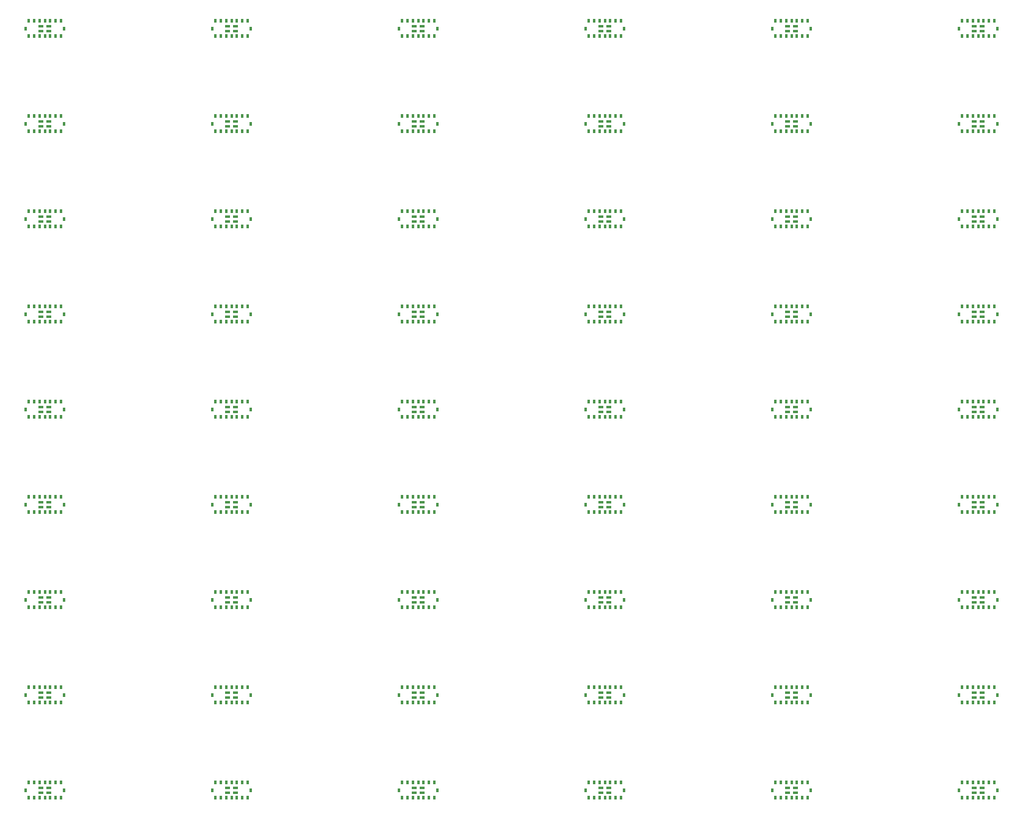
<source format=gbp>
G04 EAGLE Gerber RS-274X export*
G75*
%MOMM*%
%FSLAX34Y34*%
%LPD*%
%INSolderpaste Bottom*%
%IPPOS*%
%AMOC8*
5,1,8,0,0,1.08239X$1,22.5*%
G01*
%ADD10R,0.650000X0.450000*%
%ADD11R,0.400000X0.500000*%


D10*
X121250Y92150D03*
X132750Y92150D03*
X132750Y85650D03*
X121250Y85650D03*
D11*
X149500Y78400D03*
X142000Y78400D03*
X134500Y78400D03*
X127000Y78400D03*
X119500Y78400D03*
X112000Y78400D03*
X104500Y78400D03*
X100500Y88900D03*
X104500Y99400D03*
X112000Y99400D03*
X119500Y99400D03*
X127000Y99400D03*
X134500Y99400D03*
X142000Y99400D03*
X149500Y99400D03*
X153500Y88900D03*
D10*
X380330Y92150D03*
X391830Y92150D03*
X391830Y85650D03*
X380330Y85650D03*
D11*
X408580Y78400D03*
X401080Y78400D03*
X393580Y78400D03*
X386080Y78400D03*
X378580Y78400D03*
X371080Y78400D03*
X363580Y78400D03*
X359580Y88900D03*
X363580Y99400D03*
X371080Y99400D03*
X378580Y99400D03*
X386080Y99400D03*
X393580Y99400D03*
X401080Y99400D03*
X408580Y99400D03*
X412580Y88900D03*
D10*
X639410Y92150D03*
X650910Y92150D03*
X650910Y85650D03*
X639410Y85650D03*
D11*
X667660Y78400D03*
X660160Y78400D03*
X652660Y78400D03*
X645160Y78400D03*
X637660Y78400D03*
X630160Y78400D03*
X622660Y78400D03*
X618660Y88900D03*
X622660Y99400D03*
X630160Y99400D03*
X637660Y99400D03*
X645160Y99400D03*
X652660Y99400D03*
X660160Y99400D03*
X667660Y99400D03*
X671660Y88900D03*
D10*
X898490Y92150D03*
X909990Y92150D03*
X909990Y85650D03*
X898490Y85650D03*
D11*
X926740Y78400D03*
X919240Y78400D03*
X911740Y78400D03*
X904240Y78400D03*
X896740Y78400D03*
X889240Y78400D03*
X881740Y78400D03*
X877740Y88900D03*
X881740Y99400D03*
X889240Y99400D03*
X896740Y99400D03*
X904240Y99400D03*
X911740Y99400D03*
X919240Y99400D03*
X926740Y99400D03*
X930740Y88900D03*
D10*
X1157570Y92150D03*
X1169070Y92150D03*
X1169070Y85650D03*
X1157570Y85650D03*
D11*
X1185820Y78400D03*
X1178320Y78400D03*
X1170820Y78400D03*
X1163320Y78400D03*
X1155820Y78400D03*
X1148320Y78400D03*
X1140820Y78400D03*
X1136820Y88900D03*
X1140820Y99400D03*
X1148320Y99400D03*
X1155820Y99400D03*
X1163320Y99400D03*
X1170820Y99400D03*
X1178320Y99400D03*
X1185820Y99400D03*
X1189820Y88900D03*
D10*
X1416650Y92150D03*
X1428150Y92150D03*
X1428150Y85650D03*
X1416650Y85650D03*
D11*
X1444900Y78400D03*
X1437400Y78400D03*
X1429900Y78400D03*
X1422400Y78400D03*
X1414900Y78400D03*
X1407400Y78400D03*
X1399900Y78400D03*
X1395900Y88900D03*
X1399900Y99400D03*
X1407400Y99400D03*
X1414900Y99400D03*
X1422400Y99400D03*
X1429900Y99400D03*
X1437400Y99400D03*
X1444900Y99400D03*
X1448900Y88900D03*
D10*
X121250Y224230D03*
X132750Y224230D03*
X132750Y217730D03*
X121250Y217730D03*
D11*
X149500Y210480D03*
X142000Y210480D03*
X134500Y210480D03*
X127000Y210480D03*
X119500Y210480D03*
X112000Y210480D03*
X104500Y210480D03*
X100500Y220980D03*
X104500Y231480D03*
X112000Y231480D03*
X119500Y231480D03*
X127000Y231480D03*
X134500Y231480D03*
X142000Y231480D03*
X149500Y231480D03*
X153500Y220980D03*
D10*
X380330Y224230D03*
X391830Y224230D03*
X391830Y217730D03*
X380330Y217730D03*
D11*
X408580Y210480D03*
X401080Y210480D03*
X393580Y210480D03*
X386080Y210480D03*
X378580Y210480D03*
X371080Y210480D03*
X363580Y210480D03*
X359580Y220980D03*
X363580Y231480D03*
X371080Y231480D03*
X378580Y231480D03*
X386080Y231480D03*
X393580Y231480D03*
X401080Y231480D03*
X408580Y231480D03*
X412580Y220980D03*
D10*
X639410Y224230D03*
X650910Y224230D03*
X650910Y217730D03*
X639410Y217730D03*
D11*
X667660Y210480D03*
X660160Y210480D03*
X652660Y210480D03*
X645160Y210480D03*
X637660Y210480D03*
X630160Y210480D03*
X622660Y210480D03*
X618660Y220980D03*
X622660Y231480D03*
X630160Y231480D03*
X637660Y231480D03*
X645160Y231480D03*
X652660Y231480D03*
X660160Y231480D03*
X667660Y231480D03*
X671660Y220980D03*
D10*
X898490Y224230D03*
X909990Y224230D03*
X909990Y217730D03*
X898490Y217730D03*
D11*
X926740Y210480D03*
X919240Y210480D03*
X911740Y210480D03*
X904240Y210480D03*
X896740Y210480D03*
X889240Y210480D03*
X881740Y210480D03*
X877740Y220980D03*
X881740Y231480D03*
X889240Y231480D03*
X896740Y231480D03*
X904240Y231480D03*
X911740Y231480D03*
X919240Y231480D03*
X926740Y231480D03*
X930740Y220980D03*
D10*
X1157570Y224230D03*
X1169070Y224230D03*
X1169070Y217730D03*
X1157570Y217730D03*
D11*
X1185820Y210480D03*
X1178320Y210480D03*
X1170820Y210480D03*
X1163320Y210480D03*
X1155820Y210480D03*
X1148320Y210480D03*
X1140820Y210480D03*
X1136820Y220980D03*
X1140820Y231480D03*
X1148320Y231480D03*
X1155820Y231480D03*
X1163320Y231480D03*
X1170820Y231480D03*
X1178320Y231480D03*
X1185820Y231480D03*
X1189820Y220980D03*
D10*
X1416650Y224230D03*
X1428150Y224230D03*
X1428150Y217730D03*
X1416650Y217730D03*
D11*
X1444900Y210480D03*
X1437400Y210480D03*
X1429900Y210480D03*
X1422400Y210480D03*
X1414900Y210480D03*
X1407400Y210480D03*
X1399900Y210480D03*
X1395900Y220980D03*
X1399900Y231480D03*
X1407400Y231480D03*
X1414900Y231480D03*
X1422400Y231480D03*
X1429900Y231480D03*
X1437400Y231480D03*
X1444900Y231480D03*
X1448900Y220980D03*
D10*
X121250Y356310D03*
X132750Y356310D03*
X132750Y349810D03*
X121250Y349810D03*
D11*
X149500Y342560D03*
X142000Y342560D03*
X134500Y342560D03*
X127000Y342560D03*
X119500Y342560D03*
X112000Y342560D03*
X104500Y342560D03*
X100500Y353060D03*
X104500Y363560D03*
X112000Y363560D03*
X119500Y363560D03*
X127000Y363560D03*
X134500Y363560D03*
X142000Y363560D03*
X149500Y363560D03*
X153500Y353060D03*
D10*
X380330Y356310D03*
X391830Y356310D03*
X391830Y349810D03*
X380330Y349810D03*
D11*
X408580Y342560D03*
X401080Y342560D03*
X393580Y342560D03*
X386080Y342560D03*
X378580Y342560D03*
X371080Y342560D03*
X363580Y342560D03*
X359580Y353060D03*
X363580Y363560D03*
X371080Y363560D03*
X378580Y363560D03*
X386080Y363560D03*
X393580Y363560D03*
X401080Y363560D03*
X408580Y363560D03*
X412580Y353060D03*
D10*
X639410Y356310D03*
X650910Y356310D03*
X650910Y349810D03*
X639410Y349810D03*
D11*
X667660Y342560D03*
X660160Y342560D03*
X652660Y342560D03*
X645160Y342560D03*
X637660Y342560D03*
X630160Y342560D03*
X622660Y342560D03*
X618660Y353060D03*
X622660Y363560D03*
X630160Y363560D03*
X637660Y363560D03*
X645160Y363560D03*
X652660Y363560D03*
X660160Y363560D03*
X667660Y363560D03*
X671660Y353060D03*
D10*
X898490Y356310D03*
X909990Y356310D03*
X909990Y349810D03*
X898490Y349810D03*
D11*
X926740Y342560D03*
X919240Y342560D03*
X911740Y342560D03*
X904240Y342560D03*
X896740Y342560D03*
X889240Y342560D03*
X881740Y342560D03*
X877740Y353060D03*
X881740Y363560D03*
X889240Y363560D03*
X896740Y363560D03*
X904240Y363560D03*
X911740Y363560D03*
X919240Y363560D03*
X926740Y363560D03*
X930740Y353060D03*
D10*
X1157570Y356310D03*
X1169070Y356310D03*
X1169070Y349810D03*
X1157570Y349810D03*
D11*
X1185820Y342560D03*
X1178320Y342560D03*
X1170820Y342560D03*
X1163320Y342560D03*
X1155820Y342560D03*
X1148320Y342560D03*
X1140820Y342560D03*
X1136820Y353060D03*
X1140820Y363560D03*
X1148320Y363560D03*
X1155820Y363560D03*
X1163320Y363560D03*
X1170820Y363560D03*
X1178320Y363560D03*
X1185820Y363560D03*
X1189820Y353060D03*
D10*
X1416650Y356310D03*
X1428150Y356310D03*
X1428150Y349810D03*
X1416650Y349810D03*
D11*
X1444900Y342560D03*
X1437400Y342560D03*
X1429900Y342560D03*
X1422400Y342560D03*
X1414900Y342560D03*
X1407400Y342560D03*
X1399900Y342560D03*
X1395900Y353060D03*
X1399900Y363560D03*
X1407400Y363560D03*
X1414900Y363560D03*
X1422400Y363560D03*
X1429900Y363560D03*
X1437400Y363560D03*
X1444900Y363560D03*
X1448900Y353060D03*
D10*
X121250Y488390D03*
X132750Y488390D03*
X132750Y481890D03*
X121250Y481890D03*
D11*
X149500Y474640D03*
X142000Y474640D03*
X134500Y474640D03*
X127000Y474640D03*
X119500Y474640D03*
X112000Y474640D03*
X104500Y474640D03*
X100500Y485140D03*
X104500Y495640D03*
X112000Y495640D03*
X119500Y495640D03*
X127000Y495640D03*
X134500Y495640D03*
X142000Y495640D03*
X149500Y495640D03*
X153500Y485140D03*
D10*
X380330Y488390D03*
X391830Y488390D03*
X391830Y481890D03*
X380330Y481890D03*
D11*
X408580Y474640D03*
X401080Y474640D03*
X393580Y474640D03*
X386080Y474640D03*
X378580Y474640D03*
X371080Y474640D03*
X363580Y474640D03*
X359580Y485140D03*
X363580Y495640D03*
X371080Y495640D03*
X378580Y495640D03*
X386080Y495640D03*
X393580Y495640D03*
X401080Y495640D03*
X408580Y495640D03*
X412580Y485140D03*
D10*
X639410Y488390D03*
X650910Y488390D03*
X650910Y481890D03*
X639410Y481890D03*
D11*
X667660Y474640D03*
X660160Y474640D03*
X652660Y474640D03*
X645160Y474640D03*
X637660Y474640D03*
X630160Y474640D03*
X622660Y474640D03*
X618660Y485140D03*
X622660Y495640D03*
X630160Y495640D03*
X637660Y495640D03*
X645160Y495640D03*
X652660Y495640D03*
X660160Y495640D03*
X667660Y495640D03*
X671660Y485140D03*
D10*
X898490Y488390D03*
X909990Y488390D03*
X909990Y481890D03*
X898490Y481890D03*
D11*
X926740Y474640D03*
X919240Y474640D03*
X911740Y474640D03*
X904240Y474640D03*
X896740Y474640D03*
X889240Y474640D03*
X881740Y474640D03*
X877740Y485140D03*
X881740Y495640D03*
X889240Y495640D03*
X896740Y495640D03*
X904240Y495640D03*
X911740Y495640D03*
X919240Y495640D03*
X926740Y495640D03*
X930740Y485140D03*
D10*
X1157570Y488390D03*
X1169070Y488390D03*
X1169070Y481890D03*
X1157570Y481890D03*
D11*
X1185820Y474640D03*
X1178320Y474640D03*
X1170820Y474640D03*
X1163320Y474640D03*
X1155820Y474640D03*
X1148320Y474640D03*
X1140820Y474640D03*
X1136820Y485140D03*
X1140820Y495640D03*
X1148320Y495640D03*
X1155820Y495640D03*
X1163320Y495640D03*
X1170820Y495640D03*
X1178320Y495640D03*
X1185820Y495640D03*
X1189820Y485140D03*
D10*
X1416650Y488390D03*
X1428150Y488390D03*
X1428150Y481890D03*
X1416650Y481890D03*
D11*
X1444900Y474640D03*
X1437400Y474640D03*
X1429900Y474640D03*
X1422400Y474640D03*
X1414900Y474640D03*
X1407400Y474640D03*
X1399900Y474640D03*
X1395900Y485140D03*
X1399900Y495640D03*
X1407400Y495640D03*
X1414900Y495640D03*
X1422400Y495640D03*
X1429900Y495640D03*
X1437400Y495640D03*
X1444900Y495640D03*
X1448900Y485140D03*
D10*
X121250Y620470D03*
X132750Y620470D03*
X132750Y613970D03*
X121250Y613970D03*
D11*
X149500Y606720D03*
X142000Y606720D03*
X134500Y606720D03*
X127000Y606720D03*
X119500Y606720D03*
X112000Y606720D03*
X104500Y606720D03*
X100500Y617220D03*
X104500Y627720D03*
X112000Y627720D03*
X119500Y627720D03*
X127000Y627720D03*
X134500Y627720D03*
X142000Y627720D03*
X149500Y627720D03*
X153500Y617220D03*
D10*
X380330Y620470D03*
X391830Y620470D03*
X391830Y613970D03*
X380330Y613970D03*
D11*
X408580Y606720D03*
X401080Y606720D03*
X393580Y606720D03*
X386080Y606720D03*
X378580Y606720D03*
X371080Y606720D03*
X363580Y606720D03*
X359580Y617220D03*
X363580Y627720D03*
X371080Y627720D03*
X378580Y627720D03*
X386080Y627720D03*
X393580Y627720D03*
X401080Y627720D03*
X408580Y627720D03*
X412580Y617220D03*
D10*
X639410Y620470D03*
X650910Y620470D03*
X650910Y613970D03*
X639410Y613970D03*
D11*
X667660Y606720D03*
X660160Y606720D03*
X652660Y606720D03*
X645160Y606720D03*
X637660Y606720D03*
X630160Y606720D03*
X622660Y606720D03*
X618660Y617220D03*
X622660Y627720D03*
X630160Y627720D03*
X637660Y627720D03*
X645160Y627720D03*
X652660Y627720D03*
X660160Y627720D03*
X667660Y627720D03*
X671660Y617220D03*
D10*
X898490Y620470D03*
X909990Y620470D03*
X909990Y613970D03*
X898490Y613970D03*
D11*
X926740Y606720D03*
X919240Y606720D03*
X911740Y606720D03*
X904240Y606720D03*
X896740Y606720D03*
X889240Y606720D03*
X881740Y606720D03*
X877740Y617220D03*
X881740Y627720D03*
X889240Y627720D03*
X896740Y627720D03*
X904240Y627720D03*
X911740Y627720D03*
X919240Y627720D03*
X926740Y627720D03*
X930740Y617220D03*
D10*
X1157570Y620470D03*
X1169070Y620470D03*
X1169070Y613970D03*
X1157570Y613970D03*
D11*
X1185820Y606720D03*
X1178320Y606720D03*
X1170820Y606720D03*
X1163320Y606720D03*
X1155820Y606720D03*
X1148320Y606720D03*
X1140820Y606720D03*
X1136820Y617220D03*
X1140820Y627720D03*
X1148320Y627720D03*
X1155820Y627720D03*
X1163320Y627720D03*
X1170820Y627720D03*
X1178320Y627720D03*
X1185820Y627720D03*
X1189820Y617220D03*
D10*
X1416650Y620470D03*
X1428150Y620470D03*
X1428150Y613970D03*
X1416650Y613970D03*
D11*
X1444900Y606720D03*
X1437400Y606720D03*
X1429900Y606720D03*
X1422400Y606720D03*
X1414900Y606720D03*
X1407400Y606720D03*
X1399900Y606720D03*
X1395900Y617220D03*
X1399900Y627720D03*
X1407400Y627720D03*
X1414900Y627720D03*
X1422400Y627720D03*
X1429900Y627720D03*
X1437400Y627720D03*
X1444900Y627720D03*
X1448900Y617220D03*
D10*
X121250Y752550D03*
X132750Y752550D03*
X132750Y746050D03*
X121250Y746050D03*
D11*
X149500Y738800D03*
X142000Y738800D03*
X134500Y738800D03*
X127000Y738800D03*
X119500Y738800D03*
X112000Y738800D03*
X104500Y738800D03*
X100500Y749300D03*
X104500Y759800D03*
X112000Y759800D03*
X119500Y759800D03*
X127000Y759800D03*
X134500Y759800D03*
X142000Y759800D03*
X149500Y759800D03*
X153500Y749300D03*
D10*
X380330Y752550D03*
X391830Y752550D03*
X391830Y746050D03*
X380330Y746050D03*
D11*
X408580Y738800D03*
X401080Y738800D03*
X393580Y738800D03*
X386080Y738800D03*
X378580Y738800D03*
X371080Y738800D03*
X363580Y738800D03*
X359580Y749300D03*
X363580Y759800D03*
X371080Y759800D03*
X378580Y759800D03*
X386080Y759800D03*
X393580Y759800D03*
X401080Y759800D03*
X408580Y759800D03*
X412580Y749300D03*
D10*
X639410Y752550D03*
X650910Y752550D03*
X650910Y746050D03*
X639410Y746050D03*
D11*
X667660Y738800D03*
X660160Y738800D03*
X652660Y738800D03*
X645160Y738800D03*
X637660Y738800D03*
X630160Y738800D03*
X622660Y738800D03*
X618660Y749300D03*
X622660Y759800D03*
X630160Y759800D03*
X637660Y759800D03*
X645160Y759800D03*
X652660Y759800D03*
X660160Y759800D03*
X667660Y759800D03*
X671660Y749300D03*
D10*
X898490Y752550D03*
X909990Y752550D03*
X909990Y746050D03*
X898490Y746050D03*
D11*
X926740Y738800D03*
X919240Y738800D03*
X911740Y738800D03*
X904240Y738800D03*
X896740Y738800D03*
X889240Y738800D03*
X881740Y738800D03*
X877740Y749300D03*
X881740Y759800D03*
X889240Y759800D03*
X896740Y759800D03*
X904240Y759800D03*
X911740Y759800D03*
X919240Y759800D03*
X926740Y759800D03*
X930740Y749300D03*
D10*
X1157570Y752550D03*
X1169070Y752550D03*
X1169070Y746050D03*
X1157570Y746050D03*
D11*
X1185820Y738800D03*
X1178320Y738800D03*
X1170820Y738800D03*
X1163320Y738800D03*
X1155820Y738800D03*
X1148320Y738800D03*
X1140820Y738800D03*
X1136820Y749300D03*
X1140820Y759800D03*
X1148320Y759800D03*
X1155820Y759800D03*
X1163320Y759800D03*
X1170820Y759800D03*
X1178320Y759800D03*
X1185820Y759800D03*
X1189820Y749300D03*
D10*
X1416650Y752550D03*
X1428150Y752550D03*
X1428150Y746050D03*
X1416650Y746050D03*
D11*
X1444900Y738800D03*
X1437400Y738800D03*
X1429900Y738800D03*
X1422400Y738800D03*
X1414900Y738800D03*
X1407400Y738800D03*
X1399900Y738800D03*
X1395900Y749300D03*
X1399900Y759800D03*
X1407400Y759800D03*
X1414900Y759800D03*
X1422400Y759800D03*
X1429900Y759800D03*
X1437400Y759800D03*
X1444900Y759800D03*
X1448900Y749300D03*
D10*
X121250Y884630D03*
X132750Y884630D03*
X132750Y878130D03*
X121250Y878130D03*
D11*
X149500Y870880D03*
X142000Y870880D03*
X134500Y870880D03*
X127000Y870880D03*
X119500Y870880D03*
X112000Y870880D03*
X104500Y870880D03*
X100500Y881380D03*
X104500Y891880D03*
X112000Y891880D03*
X119500Y891880D03*
X127000Y891880D03*
X134500Y891880D03*
X142000Y891880D03*
X149500Y891880D03*
X153500Y881380D03*
D10*
X380330Y884630D03*
X391830Y884630D03*
X391830Y878130D03*
X380330Y878130D03*
D11*
X408580Y870880D03*
X401080Y870880D03*
X393580Y870880D03*
X386080Y870880D03*
X378580Y870880D03*
X371080Y870880D03*
X363580Y870880D03*
X359580Y881380D03*
X363580Y891880D03*
X371080Y891880D03*
X378580Y891880D03*
X386080Y891880D03*
X393580Y891880D03*
X401080Y891880D03*
X408580Y891880D03*
X412580Y881380D03*
D10*
X639410Y884630D03*
X650910Y884630D03*
X650910Y878130D03*
X639410Y878130D03*
D11*
X667660Y870880D03*
X660160Y870880D03*
X652660Y870880D03*
X645160Y870880D03*
X637660Y870880D03*
X630160Y870880D03*
X622660Y870880D03*
X618660Y881380D03*
X622660Y891880D03*
X630160Y891880D03*
X637660Y891880D03*
X645160Y891880D03*
X652660Y891880D03*
X660160Y891880D03*
X667660Y891880D03*
X671660Y881380D03*
D10*
X898490Y884630D03*
X909990Y884630D03*
X909990Y878130D03*
X898490Y878130D03*
D11*
X926740Y870880D03*
X919240Y870880D03*
X911740Y870880D03*
X904240Y870880D03*
X896740Y870880D03*
X889240Y870880D03*
X881740Y870880D03*
X877740Y881380D03*
X881740Y891880D03*
X889240Y891880D03*
X896740Y891880D03*
X904240Y891880D03*
X911740Y891880D03*
X919240Y891880D03*
X926740Y891880D03*
X930740Y881380D03*
D10*
X1157570Y884630D03*
X1169070Y884630D03*
X1169070Y878130D03*
X1157570Y878130D03*
D11*
X1185820Y870880D03*
X1178320Y870880D03*
X1170820Y870880D03*
X1163320Y870880D03*
X1155820Y870880D03*
X1148320Y870880D03*
X1140820Y870880D03*
X1136820Y881380D03*
X1140820Y891880D03*
X1148320Y891880D03*
X1155820Y891880D03*
X1163320Y891880D03*
X1170820Y891880D03*
X1178320Y891880D03*
X1185820Y891880D03*
X1189820Y881380D03*
D10*
X1416650Y884630D03*
X1428150Y884630D03*
X1428150Y878130D03*
X1416650Y878130D03*
D11*
X1444900Y870880D03*
X1437400Y870880D03*
X1429900Y870880D03*
X1422400Y870880D03*
X1414900Y870880D03*
X1407400Y870880D03*
X1399900Y870880D03*
X1395900Y881380D03*
X1399900Y891880D03*
X1407400Y891880D03*
X1414900Y891880D03*
X1422400Y891880D03*
X1429900Y891880D03*
X1437400Y891880D03*
X1444900Y891880D03*
X1448900Y881380D03*
D10*
X121250Y1016710D03*
X132750Y1016710D03*
X132750Y1010210D03*
X121250Y1010210D03*
D11*
X149500Y1002960D03*
X142000Y1002960D03*
X134500Y1002960D03*
X127000Y1002960D03*
X119500Y1002960D03*
X112000Y1002960D03*
X104500Y1002960D03*
X100500Y1013460D03*
X104500Y1023960D03*
X112000Y1023960D03*
X119500Y1023960D03*
X127000Y1023960D03*
X134500Y1023960D03*
X142000Y1023960D03*
X149500Y1023960D03*
X153500Y1013460D03*
D10*
X380330Y1016710D03*
X391830Y1016710D03*
X391830Y1010210D03*
X380330Y1010210D03*
D11*
X408580Y1002960D03*
X401080Y1002960D03*
X393580Y1002960D03*
X386080Y1002960D03*
X378580Y1002960D03*
X371080Y1002960D03*
X363580Y1002960D03*
X359580Y1013460D03*
X363580Y1023960D03*
X371080Y1023960D03*
X378580Y1023960D03*
X386080Y1023960D03*
X393580Y1023960D03*
X401080Y1023960D03*
X408580Y1023960D03*
X412580Y1013460D03*
D10*
X639410Y1016710D03*
X650910Y1016710D03*
X650910Y1010210D03*
X639410Y1010210D03*
D11*
X667660Y1002960D03*
X660160Y1002960D03*
X652660Y1002960D03*
X645160Y1002960D03*
X637660Y1002960D03*
X630160Y1002960D03*
X622660Y1002960D03*
X618660Y1013460D03*
X622660Y1023960D03*
X630160Y1023960D03*
X637660Y1023960D03*
X645160Y1023960D03*
X652660Y1023960D03*
X660160Y1023960D03*
X667660Y1023960D03*
X671660Y1013460D03*
D10*
X898490Y1016710D03*
X909990Y1016710D03*
X909990Y1010210D03*
X898490Y1010210D03*
D11*
X926740Y1002960D03*
X919240Y1002960D03*
X911740Y1002960D03*
X904240Y1002960D03*
X896740Y1002960D03*
X889240Y1002960D03*
X881740Y1002960D03*
X877740Y1013460D03*
X881740Y1023960D03*
X889240Y1023960D03*
X896740Y1023960D03*
X904240Y1023960D03*
X911740Y1023960D03*
X919240Y1023960D03*
X926740Y1023960D03*
X930740Y1013460D03*
D10*
X1157570Y1016710D03*
X1169070Y1016710D03*
X1169070Y1010210D03*
X1157570Y1010210D03*
D11*
X1185820Y1002960D03*
X1178320Y1002960D03*
X1170820Y1002960D03*
X1163320Y1002960D03*
X1155820Y1002960D03*
X1148320Y1002960D03*
X1140820Y1002960D03*
X1136820Y1013460D03*
X1140820Y1023960D03*
X1148320Y1023960D03*
X1155820Y1023960D03*
X1163320Y1023960D03*
X1170820Y1023960D03*
X1178320Y1023960D03*
X1185820Y1023960D03*
X1189820Y1013460D03*
D10*
X1416650Y1016710D03*
X1428150Y1016710D03*
X1428150Y1010210D03*
X1416650Y1010210D03*
D11*
X1444900Y1002960D03*
X1437400Y1002960D03*
X1429900Y1002960D03*
X1422400Y1002960D03*
X1414900Y1002960D03*
X1407400Y1002960D03*
X1399900Y1002960D03*
X1395900Y1013460D03*
X1399900Y1023960D03*
X1407400Y1023960D03*
X1414900Y1023960D03*
X1422400Y1023960D03*
X1429900Y1023960D03*
X1437400Y1023960D03*
X1444900Y1023960D03*
X1448900Y1013460D03*
D10*
X121250Y1148790D03*
X132750Y1148790D03*
X132750Y1142290D03*
X121250Y1142290D03*
D11*
X149500Y1135040D03*
X142000Y1135040D03*
X134500Y1135040D03*
X127000Y1135040D03*
X119500Y1135040D03*
X112000Y1135040D03*
X104500Y1135040D03*
X100500Y1145540D03*
X104500Y1156040D03*
X112000Y1156040D03*
X119500Y1156040D03*
X127000Y1156040D03*
X134500Y1156040D03*
X142000Y1156040D03*
X149500Y1156040D03*
X153500Y1145540D03*
D10*
X380330Y1148790D03*
X391830Y1148790D03*
X391830Y1142290D03*
X380330Y1142290D03*
D11*
X408580Y1135040D03*
X401080Y1135040D03*
X393580Y1135040D03*
X386080Y1135040D03*
X378580Y1135040D03*
X371080Y1135040D03*
X363580Y1135040D03*
X359580Y1145540D03*
X363580Y1156040D03*
X371080Y1156040D03*
X378580Y1156040D03*
X386080Y1156040D03*
X393580Y1156040D03*
X401080Y1156040D03*
X408580Y1156040D03*
X412580Y1145540D03*
D10*
X639410Y1148790D03*
X650910Y1148790D03*
X650910Y1142290D03*
X639410Y1142290D03*
D11*
X667660Y1135040D03*
X660160Y1135040D03*
X652660Y1135040D03*
X645160Y1135040D03*
X637660Y1135040D03*
X630160Y1135040D03*
X622660Y1135040D03*
X618660Y1145540D03*
X622660Y1156040D03*
X630160Y1156040D03*
X637660Y1156040D03*
X645160Y1156040D03*
X652660Y1156040D03*
X660160Y1156040D03*
X667660Y1156040D03*
X671660Y1145540D03*
D10*
X898490Y1148790D03*
X909990Y1148790D03*
X909990Y1142290D03*
X898490Y1142290D03*
D11*
X926740Y1135040D03*
X919240Y1135040D03*
X911740Y1135040D03*
X904240Y1135040D03*
X896740Y1135040D03*
X889240Y1135040D03*
X881740Y1135040D03*
X877740Y1145540D03*
X881740Y1156040D03*
X889240Y1156040D03*
X896740Y1156040D03*
X904240Y1156040D03*
X911740Y1156040D03*
X919240Y1156040D03*
X926740Y1156040D03*
X930740Y1145540D03*
D10*
X1157570Y1148790D03*
X1169070Y1148790D03*
X1169070Y1142290D03*
X1157570Y1142290D03*
D11*
X1185820Y1135040D03*
X1178320Y1135040D03*
X1170820Y1135040D03*
X1163320Y1135040D03*
X1155820Y1135040D03*
X1148320Y1135040D03*
X1140820Y1135040D03*
X1136820Y1145540D03*
X1140820Y1156040D03*
X1148320Y1156040D03*
X1155820Y1156040D03*
X1163320Y1156040D03*
X1170820Y1156040D03*
X1178320Y1156040D03*
X1185820Y1156040D03*
X1189820Y1145540D03*
D10*
X1416650Y1148790D03*
X1428150Y1148790D03*
X1428150Y1142290D03*
X1416650Y1142290D03*
D11*
X1444900Y1135040D03*
X1437400Y1135040D03*
X1429900Y1135040D03*
X1422400Y1135040D03*
X1414900Y1135040D03*
X1407400Y1135040D03*
X1399900Y1135040D03*
X1395900Y1145540D03*
X1399900Y1156040D03*
X1407400Y1156040D03*
X1414900Y1156040D03*
X1422400Y1156040D03*
X1429900Y1156040D03*
X1437400Y1156040D03*
X1444900Y1156040D03*
X1448900Y1145540D03*
M02*

</source>
